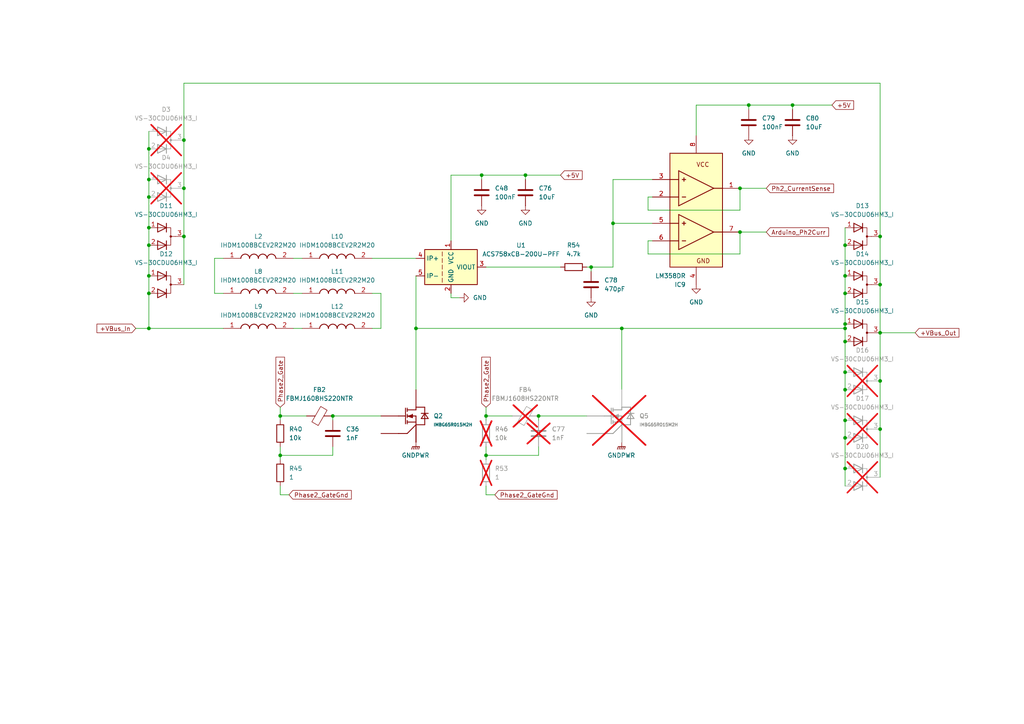
<source format=kicad_sch>
(kicad_sch (version 20231120) (generator "eeschema") (generator_version "8.0")
  (paper "A4")
  (title_block (title "5kw Modular Traction Inverter Boost Converter") (date "2025-02-02") (rev "1") (company "Rail Vehicle Traction Inverter"))
  (lib_symbols
    (symbol "Device:C" (pin_numbers hide) (pin_names (offset 0.254))
      (property "Reference" "C" (at 0.635 2.54 0))
      (property "Value" "C" (at 0.635 -2.54 0))
      (symbol "C_0_1"
        (polyline (pts (xy -2.032 -0.762) (xy 2.032 -0.762)) (stroke (width 0.508)))
        (polyline (pts (xy -2.032 0.762) (xy 2.032 0.762)) (stroke (width 0.508)))
      )
      (symbol "C_1_1"
        (pin passive line (at 0 3.81 270) (length 2.794) (name "~") (number "1"))
        (pin passive line (at 0 -3.81 90) (length 2.794) (name "~") (number "2"))
      )
    )
    (symbol "Device:D_Dual_CommonCathode_AAK_Parallel" (pin_names (offset 0.762) hide)
      (property "Reference" "D" (at 0 5.08 0))
      (property "Value" "D_Dual_CommonCathode_AAK_Parallel" (at 0 -5.08 0))
      (symbol "D_Dual_CommonCathode_AAK_Parallel_0_0"
        (polyline (pts (xy 0 -1.27) (xy 0 -3.81)) (stroke (width 0.254)))
        (polyline (pts (xy 0 1.27) (xy 0 3.81)) (stroke (width 0.254)))
      )
      (symbol "D_Dual_CommonCathode_AAK_Parallel_0_1"
        (polyline (pts (xy 1.27 0) (xy 2.54 0)))
        (polyline (pts (xy -2.54 -2.54) (xy 1.27 -2.54) (xy 1.27 2.54) (xy -2.54 2.54)))
        (polyline (pts (xy -2.54 -1.27) (xy 0 -2.54) (xy -2.54 -3.81) (xy -2.54 -1.27) (xy -2.54 -1.27) (xy -2.54 -1.27)) (stroke (width 0.254)))
        (polyline (pts (xy -2.54 3.81) (xy 0 2.54) (xy -2.54 1.27) (xy -2.54 3.81) (xy -2.54 3.81) (xy -2.54 3.81)) (stroke (width 0.254)))
        (circle (center 1.27 0) (radius 0.254) (fill (type outline)))
        (pin passive line (at -5.08 2.54 0) (length 2.54) (name "A") (number "1"))
        (pin passive line (at -5.08 -2.54 0) (length 2.54) (name "A") (number "2"))
        (pin passive line (at 5.08 0 180) (length 2.54) (name "K") (number "3"))
      )
    )
    (symbol "Device:FerriteBead" (pin_numbers hide) (pin_names (offset 0))
      (property "Reference" "FB" (at -3.81 0.635 90))
      (property "Value" "FerriteBead" (at 3.81 0 90))
      (symbol "FerriteBead_0_1"
        (polyline (pts (xy 0 -1.27) (xy 0 -1.2192)))
        (polyline (pts (xy 0 1.27) (xy 0 1.2954)))
        (polyline (pts (xy -2.7686 0.4064) (xy -1.7018 2.2606) (xy 2.7686 -0.3048) (xy 1.6764 -2.159) (xy -2.7686 0.4064)))
      )
      (symbol "FerriteBead_1_1"
        (pin passive line (at 0 3.81 270) (length 2.54) (name "~") (number "1"))
        (pin passive line (at 0 -3.81 90) (length 2.54) (name "~") (number "2"))
      )
    )
    (symbol "Device:R" (pin_numbers hide) (pin_names (offset 0))
      (property "Reference" "R" (at 2.032 0 90))
      (property "Value" "R" (at 0 0 90))
      (symbol "R_0_1"
        (rectangle (start -1.016 -2.54) (end 1.016 2.54) (stroke (width 0.254)))
      )
      (symbol "R_1_1"
        (pin passive line (at 0 3.81 270) (length 1.27) (name "~") (number "1"))
        (pin passive line (at 0 -3.81 90) (length 1.27) (name "~") (number "2"))
      )
    )
    (symbol "InverterCom:IHDM1008BCEV2R2M20" (pin_names hide)
      (property "Reference" "L" (at 16.51 6.35 0))
      (property "Value" "IHDM1008BCEV2R2M20" (at 16.51 3.81 0))
      (symbol "IHDM1008BCEV2R2M20_1_1"
        (arc (start 7.62 0) (mid 6.35 1.219) (end 5.08 0) (stroke (width 0.254)))
        (arc (start 10.16 0) (mid 8.89 1.219) (end 7.62 0) (stroke (width 0.254)))
        (arc (start 12.7 0) (mid 11.43 1.219) (end 10.16 0) (stroke (width 0.254)))
        (arc (start 15.24 0) (mid 13.97 1.219) (end 12.7 0) (stroke (width 0.254)))
        (pin passive line (at 0 0 0) (length 5.08) (name "1") (number "1"))
        (pin passive line (at 20.32 0 180) (length 5.08) (name "2") (number "2"))
      )
    )
    (symbol "InverterCom:IMBG65R015M2H" (pin_numbers hide)
      (property "Reference" "Q?" (at 10.16 -2.54 0))
      (property "Value" "IMBG65R015M2H " (at 10.16 -4.826 0))
      (symbol "IMBG65R015M2H_1_0"
        (polyline (pts (xy 0 -2.54) (xy 2.032 -2.54)) (stroke (width 0.254)))
        (polyline (pts (xy 2.032 -0.254) (xy 2.032 -4.826)) (stroke (width 0.254)))
        (polyline (pts (xy 2.54 -7.62) (xy 0 -7.62)) (stroke (width 0.254)))
        (polyline (pts (xy 2.54 -4.826) (xy 2.54 -3.81)) (stroke (width 0.254)))
        (polyline (pts (xy 2.54 -3.048) (xy 2.54 -2.032)) (stroke (width 0.254)))
        (polyline (pts (xy 2.54 -0.254) (xy 2.54 -1.27)) (stroke (width 0.254)))
        (polyline (pts (xy 5.08 -5.08) (xy 2.54 -7.62)) (stroke (width 0.254)))
        (polyline (pts (xy 5.08 -5.08) (xy 7.62 -5.08)) (stroke (width 0.254)))
        (polyline (pts (xy 5.08 -4.318) (xy 2.54 -4.318)) (stroke (width 0.254)))
        (polyline (pts (xy 5.08 -2.54) (xy 2.54 -2.54)) (stroke (width 0.254)))
        (polyline (pts (xy 5.08 -2.54) (xy 5.08 -5.08)) (stroke (width 0.254)))
        (polyline (pts (xy 5.08 -0.762) (xy 2.54 -0.762)) (stroke (width 0.254)))
        (polyline (pts (xy 5.08 -0.762) (xy 5.08 0)) (stroke (width 0.254)))
        (polyline (pts (xy 5.08 0) (xy 7.62 0)) (stroke (width 0.254)))
        (polyline (pts (xy 6.604 -3.302) (xy 8.636 -3.302)) (stroke (width 0.254)))
        (polyline (pts (xy 6.604 -1.778) (xy 8.636 -1.778)) (stroke (width 0.254)))
        (polyline (pts (xy 7.62 -1.778) (xy 6.604 -3.302)) (stroke (width 0.254)))
        (polyline (pts (xy 7.62 0) (xy 7.62 -5.08)) (stroke (width 0.254)))
        (polyline (pts (xy 8.636 -3.302) (xy 7.62 -1.778)) (stroke (width 0.254)))
        (polyline (pts (xy 2.54 -2.54) (xy 4.064 -3.048) (xy 4.064 -2.032)) (stroke (width 0.254)) (fill (type outline)))
        (pin passive line (at -5.08 -2.54 0) (length 5.08) (name "GATE") (number "1"))
        (pin passive line (at -5.08 -7.62 0) (length 5.08) (name "DRIVER_SOURCE") (number "2"))
        (pin passive line (at 5.08 -10.16 90) (length 5.08) (name "POWER_SOURCE_1") (number "3"))
        (pin passive line (at 5.08 -10.16 90) (length 5.08) (name "POWER_SOURCE_2") (number "4"))
        (pin passive line (at 5.08 -10.16 90) (length 5.08) (name "POWER_SOURCE_3") (number "5"))
        (pin passive line (at 5.08 -10.16 90) (length 5.08) (name "POWER_SOURCE_4") (number "6"))
        (pin passive line (at 5.08 -10.16 90) (length 5.08) (name "POWER_SOURCE_5") (number "7"))
        (pin passive line (at 5.08 5.08 270) (length 5.08) (name "DRAIN") (number "8"))
      )
    )
    (symbol "InverterCom:LM358DR" (pin_names hide)
      (property "Reference" "IC" (at 22.86 17.78 0))
      (property "Value" "LM358DR" (at 22.86 15.24 0))
      (symbol "LM358DR_1_1"
        (polyline (pts (xy 5.08 -17.78) (xy 7.62 -17.78)) (stroke (width 0.254)))
        (polyline (pts (xy 5.08 -12.7) (xy 7.62 -12.7)) (stroke (width 0.254)))
        (polyline (pts (xy 5.08 -5.08) (xy 7.62 -5.08)) (stroke (width 0.254)))
        (polyline (pts (xy 5.08 0) (xy 7.62 0)) (stroke (width 0.254)))
        (polyline (pts (xy 7.62 -10.16) (xy 7.62 -20.32)) (stroke (width 0.254)))
        (polyline (pts (xy 7.62 -7.62) (xy 7.62 2.54)) (stroke (width 0.254)))
        (polyline (pts (xy 8.636 -17.78) (xy 9.652 -17.78)) (stroke (width 0.254)))
        (polyline (pts (xy 8.636 -12.7) (xy 9.652 -12.7)) (stroke (width 0.254)))
        (polyline (pts (xy 8.636 -5.08) (xy 9.652 -5.08)) (stroke (width 0.254)))
        (polyline (pts (xy 8.636 0) (xy 9.652 0)) (stroke (width 0.254)))
        (polyline (pts (xy 9.144 -12.192) (xy 9.144 -13.208)) (stroke (width 0.254)))
        (polyline (pts (xy 9.144 -0.508) (xy 9.144 0.508)) (stroke (width 0.254)))
        (polyline (pts (xy 17.78 -15.24) (xy 7.62 -20.32)) (stroke (width 0.254)))
        (polyline (pts (xy 17.78 -15.24) (xy 7.62 -10.16)) (stroke (width 0.254)))
        (polyline (pts (xy 17.78 -15.24) (xy 20.32 -15.24)) (stroke (width 0.254)))
        (polyline (pts (xy 17.78 -2.54) (xy 7.62 -7.62)) (stroke (width 0.254)))
        (polyline (pts (xy 17.78 -2.54) (xy 7.62 2.54)) (stroke (width 0.254)))
        (polyline (pts (xy 17.78 -2.54) (xy 20.32 -2.54)) (stroke (width 0.254)))
        (rectangle (start 5.08 7.62) (end 20.32 -25.4) (stroke (width 0.254)) (fill (type background)))
        (text "GND" (at 12.7 -22.86 0) (effects (font (size 1.27 1.27)) (justify left top)))
        (text "VCC" (at 12.7 5.08 0) (effects (font (size 1.27 1.27)) (justify left top)))
        (pin passive line (at 25.4 -2.54 180) (length 5.08) (name "OUT1") (number "1"))
        (pin passive line (at 0 -5.08 0) (length 5.08) (name "IN1-") (number "2"))
        (pin passive line (at 0 0 0) (length 5.08) (name "IN1+") (number "3"))
        (pin passive line (at 12.7 -30.48 90) (length 5.08) (name "V-") (number "4"))
        (pin passive line (at 0 -12.7 0) (length 5.08) (name "IN2+") (number "5"))
        (pin passive line (at 0 -17.78 0) (length 5.08) (name "IN2-") (number "6"))
        (pin passive line (at 25.4 -15.24 180) (length 5.08) (name "OUT2") (number "7"))
        (pin passive line (at 12.7 12.7 270) (length 5.08) (name "V+") (number "8"))
      )
    )
    (symbol "Sensor_Current:ACS758xCB-200U-PFF"
      (property "Reference" "U" (at -7.62 6.35 0))
      (property "Value" "ACS758xCB-200U-PFF" (at 2.54 6.35 0))
      (symbol "ACS758xCB-200U-PFF_0_1"
        (rectangle (start -7.62 5.08) (end 7.62 -5.08) (stroke (width 0.254)) (fill (type background)))
        (polyline (pts (xy -2.54 -3.175) (xy -2.54 -4.445)))
        (polyline (pts (xy -2.54 -1.27) (xy -2.54 -2.54)))
        (polyline (pts (xy -2.54 0.635) (xy -2.54 -0.635)))
        (polyline (pts (xy -2.54 1.27) (xy -2.54 2.54)))
        (polyline (pts (xy -2.54 3.175) (xy -2.54 4.445)))
      )
      (symbol "ACS758xCB-200U-PFF_1_1"
        (pin power_in line (at 0 7.62 270) (length 2.54) (name "VCC") (number "1"))
        (pin power_in line (at 0 -7.62 90) (length 2.54) (name "GND") (number "2"))
        (pin output line (at 10.16 0 180) (length 2.54) (name "VIOUT") (number "3"))
        (pin passive line (at -10.16 2.54 0) (length 2.54) (name "IP+") (number "4"))
        (pin passive line (at -10.16 -2.54 0) (length 2.54) (name "IP-") (number "5"))
      )
    )
    (symbol "power:GND" (power) (pin_numbers hide) (pin_names (offset 0) hide)
      (property "Value" "GND" (at 0 -3.81 0))
      (symbol "GND_0_1"
        (polyline (pts (xy 0 0) (xy 0 -1.27) (xy 1.27 -1.27) (xy 0 -2.54) (xy -1.27 -1.27) (xy 0 -1.27)))
      )
      (symbol "GND_1_1"
        (pin power_in line (at 0 0 270) (length 0) (name "~") (number "1"))
      )
    )
    (symbol "power:GNDPWR" (power) (pin_numbers hide) (pin_names (offset 0) hide)
      (property "Value" "GNDPWR" (at 0 -3.302 0))
      (symbol "GNDPWR_0_1"
        (polyline (pts (xy 0 -1.27) (xy 0 0)))
        (polyline (pts (xy -1.016 -1.27) (xy -1.27 -2.032) (xy -1.27 -2.032)) (stroke (width 0.2032)))
        (polyline (pts (xy -0.508 -1.27) (xy -0.762 -2.032) (xy -0.762 -2.032)) (stroke (width 0.2032)))
        (polyline (pts (xy 0 -1.27) (xy -0.254 -2.032) (xy -0.254 -2.032)) (stroke (width 0.2032)))
        (polyline (pts (xy 0.508 -1.27) (xy 0.254 -2.032) (xy 0.254 -2.032)) (stroke (width 0.2032)))
        (polyline (pts (xy 1.016 -1.27) (xy -1.016 -1.27) (xy -1.016 -1.27)) (stroke (width 0.2032)))
        (polyline (pts (xy 1.016 -1.27) (xy 0.762 -2.032) (xy 0.762 -2.032) (xy 0.762 -2.032)) (stroke (width 0.2032)))
      )
      (symbol "GNDPWR_1_1"
        (pin power_in line (at 0 0 270) (length 0) (name "~") (number "1"))
      )
    )
  )
  (junction (at 217.17 30.48))
  (junction (at 81.28 120.65))
  (junction (at 245.11 113.03))
  (junction (at 245.11 99.06))
  (junction (at 53.34 68.58))
  (junction (at 43.18 52.07))
  (junction (at 177.8 64.77))
  (junction (at 43.18 80.01))
  (junction (at 245.11 80.01))
  (junction (at 255.27 124.46))
  (junction (at 214.63 54.61))
  (junction (at 171.45 77.47))
  (junction (at 255.27 96.52))
  (junction (at 43.18 71.12))
  (junction (at 120.65 95.25))
  (junction (at 229.87 30.48))
  (junction (at 245.11 121.92))
  (junction (at 255.27 68.58))
  (junction (at 43.18 57.15))
  (junction (at 96.52 120.65))
  (junction (at 255.27 82.55))
  (junction (at 245.11 107.95))
  (junction (at 43.18 95.25))
  (junction (at 81.28 132.08))
  (junction (at 180.34 95.25))
  (junction (at 53.34 54.61))
  (junction (at 43.18 85.09))
  (junction (at 245.11 95.25))
  (junction (at 152.4 50.8))
  (junction (at 53.34 40.64))
  (junction (at 245.11 127))
  (junction (at 156.21 120.65))
  (junction (at 140.97 132.08))
  (junction (at 245.11 93.98))
  (junction (at 245.11 135.89))
  (junction (at 255.27 110.49))
  (junction (at 214.63 67.31))
  (junction (at 43.18 66.04))
  (junction (at 43.18 43.18))
  (junction (at 245.11 85.09))
  (junction (at 140.97 120.65))
  (junction (at 139.7 50.8))
  (junction (at 245.11 71.12))
  (wire (pts (xy 110.49 85.09) (xy 107.95 85.09)))
  (wire (pts (xy 245.11 85.09) (xy 245.11 80.01)))
  (wire (pts (xy 214.63 54.61) (xy 222.25 54.61)))
  (wire (pts (xy 64.77 85.09) (xy 62.23 85.09)))
  (wire (pts (xy 214.63 67.31) (xy 222.25 67.31)))
  (wire (pts (xy 156.21 120.65) (xy 170.18 120.65)))
  (wire (pts (xy 81.28 132.08) (xy 81.28 129.54)))
  (wire (pts (xy 139.7 52.07) (xy 139.7 50.8)))
  (wire (pts (xy 177.8 64.77) (xy 189.23 64.77)))
  (wire (pts (xy 177.8 52.07) (xy 189.23 52.07)))
  (wire (pts (xy 177.8 77.47) (xy 177.8 64.77)))
  (wire (pts (xy 140.97 77.47) (xy 162.56 77.47)))
  (wire (pts (xy 214.63 73.66) (xy 214.63 67.31)))
  (wire (pts (xy 245.11 113.03) (xy 245.11 121.92)))
  (wire (pts (xy 120.65 80.01) (xy 120.65 95.25)))
  (wire (pts (xy 255.27 96.52) (xy 255.27 110.49)))
  (wire (pts (xy 83.82 143.51) (xy 81.28 143.51)))
  (wire (pts (xy 152.4 52.07) (xy 152.4 50.8)))
  (wire (pts (xy 53.34 24.13) (xy 53.34 40.64)))
  (wire (pts (xy 120.65 95.25) (xy 180.34 95.25)))
  (wire (pts (xy 229.87 30.48) (xy 241.3 30.48)))
  (wire (pts (xy 39.37 95.25) (xy 43.18 95.25)))
  (wire (pts (xy 43.18 38.1) (xy 43.18 43.18)))
  (wire (pts (xy 120.65 113.03) (xy 120.65 95.25)))
  (wire (pts (xy 130.81 86.36) (xy 133.35 86.36)))
  (wire (pts (xy 217.17 30.48) (xy 229.87 30.48)))
  (wire (pts (xy 148.59 120.65) (xy 140.97 120.65)))
  (wire (pts (xy 245.11 95.25) (xy 245.11 99.06)))
  (wire (pts (xy 189.23 57.15) (xy 187.96 57.15)))
  (wire (pts (xy 245.11 93.98) (xy 245.11 95.25)))
  (wire (pts (xy 53.34 40.64) (xy 53.34 54.61)))
  (wire (pts (xy 201.93 30.48) (xy 217.17 30.48)))
  (wire (pts (xy 156.21 132.08) (xy 140.97 132.08)))
  (wire (pts (xy 96.52 129.54) (xy 96.52 132.08)))
  (wire (pts (xy 255.27 82.55) (xy 255.27 68.58)))
  (wire (pts (xy 140.97 143.51) (xy 140.97 140.97)))
  (wire (pts (xy 81.28 120.65) (xy 81.28 118.11)))
  (wire (pts (xy 139.7 50.8) (xy 130.81 50.8)))
  (wire (pts (xy 53.34 68.58) (xy 53.34 82.55)))
  (wire (pts (xy 187.96 73.66) (xy 214.63 73.66)))
  (wire (pts (xy 255.27 82.55) (xy 255.27 96.52)))
  (wire (pts (xy 217.17 31.75) (xy 217.17 30.48)))
  (wire (pts (xy 177.8 64.77) (xy 177.8 52.07)))
  (wire (pts (xy 156.21 121.92) (xy 156.21 120.65)))
  (wire (pts (xy 255.27 96.52) (xy 265.43 96.52)))
  (wire (pts (xy 187.96 57.15) (xy 187.96 60.96)))
  (wire (pts (xy 171.45 77.47) (xy 177.8 77.47)))
  (wire (pts (xy 62.23 74.93) (xy 64.77 74.93)))
  (wire (pts (xy 85.09 85.09) (xy 87.63 85.09)))
  (wire (pts (xy 245.11 80.01) (xy 245.11 71.12)))
  (wire (pts (xy 81.28 132.08) (xy 81.28 133.35)))
  (wire (pts (xy 187.96 69.85) (xy 187.96 73.66)))
  (wire (pts (xy 43.18 71.12) (xy 43.18 80.01)))
  (wire (pts (xy 130.81 85.09) (xy 130.81 86.36)))
  (wire (pts (xy 96.52 121.92) (xy 96.52 120.65)))
  (wire (pts (xy 85.09 95.25) (xy 87.63 95.25)))
  (wire (pts (xy 62.23 85.09) (xy 62.23 74.93)))
  (wire (pts (xy 245.11 135.89) (xy 245.11 140.97)))
  (wire (pts (xy 81.28 120.65) (xy 81.28 121.92)))
  (wire (pts (xy 53.34 54.61) (xy 53.34 68.58)))
  (wire (pts (xy 85.09 74.93) (xy 87.63 74.93)))
  (wire (pts (xy 43.18 43.18) (xy 43.18 52.07)))
  (wire (pts (xy 245.11 85.09) (xy 245.11 93.98)))
  (wire (pts (xy 170.18 77.47) (xy 171.45 77.47)))
  (wire (pts (xy 255.27 24.13) (xy 255.27 68.58)))
  (wire (pts (xy 189.23 69.85) (xy 187.96 69.85)))
  (wire (pts (xy 88.9 120.65) (xy 81.28 120.65)))
  (wire (pts (xy 171.45 77.47) (xy 171.45 78.74)))
  (wire (pts (xy 201.93 30.48) (xy 201.93 39.37)))
  (wire (pts (xy 43.18 52.07) (xy 43.18 57.15)))
  (wire (pts (xy 245.11 99.06) (xy 245.11 107.95)))
  (wire (pts (xy 255.27 124.46) (xy 255.27 138.43)))
  (wire (pts (xy 110.49 95.25) (xy 110.49 85.09)))
  (wire (pts (xy 130.81 50.8) (xy 130.81 69.85)))
  (wire (pts (xy 229.87 31.75) (xy 229.87 30.48)))
  (wire (pts (xy 43.18 80.01) (xy 43.18 85.09)))
  (wire (pts (xy 53.34 24.13) (xy 255.27 24.13)))
  (wire (pts (xy 156.21 129.54) (xy 156.21 132.08)))
  (wire (pts (xy 140.97 132.08) (xy 140.97 133.35)))
  (wire (pts (xy 162.56 50.8) (xy 152.4 50.8)))
  (wire (pts (xy 140.97 120.65) (xy 140.97 118.11)))
  (wire (pts (xy 107.95 74.93) (xy 120.65 74.93)))
  (wire (pts (xy 187.96 60.96) (xy 214.63 60.96)))
  (wire (pts (xy 43.18 85.09) (xy 43.18 95.25)))
  (wire (pts (xy 180.34 113.03) (xy 180.34 95.25)))
  (wire (pts (xy 143.51 143.51) (xy 140.97 143.51)))
  (wire (pts (xy 96.52 120.65) (xy 110.49 120.65)))
  (wire (pts (xy 245.11 71.12) (xy 245.11 66.04)))
  (wire (pts (xy 245.11 121.92) (xy 245.11 127)))
  (wire (pts (xy 255.27 110.49) (xy 255.27 124.46)))
  (wire (pts (xy 140.97 132.08) (xy 140.97 129.54)))
  (wire (pts (xy 140.97 120.65) (xy 140.97 121.92)))
  (wire (pts (xy 180.34 95.25) (xy 245.11 95.25)))
  (wire (pts (xy 43.18 57.15) (xy 43.18 66.04)))
  (wire (pts (xy 245.11 127) (xy 245.11 135.89)))
  (wire (pts (xy 152.4 50.8) (xy 139.7 50.8)))
  (wire (pts (xy 107.95 95.25) (xy 110.49 95.25)))
  (wire (pts (xy 96.52 132.08) (xy 81.28 132.08)))
  (wire (pts (xy 81.28 143.51) (xy 81.28 140.97)))
  (wire (pts (xy 43.18 66.04) (xy 43.18 71.12)))
  (wire (pts (xy 43.18 95.25) (xy 64.77 95.25)))
  (wire (pts (xy 245.11 107.95) (xy 245.11 113.03)))
  (wire (pts (xy 214.63 60.96) (xy 214.63 54.61)))
  (global_label "Phase2_Gate" (shape input) (at 81.28 118.11 90) (property "Intersheetrefs" "${INTERSHEET_REFS}" (effects (hide yes))))
  (global_label "+5V" (shape input) (at 162.56 50.8 0) (property "Intersheetrefs" "${INTERSHEET_REFS}" (effects (hide yes))))
  (global_label "Ph2_CurrentSense" (shape input) (at 222.25 54.61 0) (property "Intersheetrefs" "${INTERSHEET_REFS}" (effects (hide yes))))
  (global_label "Phase2_GateGnd" (shape input) (at 83.82 143.51 0) (property "Intersheetrefs" "${INTERSHEET_REFS}" (effects (hide yes))))
  (global_label "+VBus_In" (shape input) (at 39.37 95.25 180) (property "Intersheetrefs" "${INTERSHEET_REFS}" (effects (hide yes))))
  (global_label "Phase2_GateGnd" (shape input) (at 143.51 143.51 0) (property "Intersheetrefs" "${INTERSHEET_REFS}" (effects (hide yes))))
  (global_label "+VBus_Out" (shape input) (at 265.43 96.52 0) (property "Intersheetrefs" "${INTERSHEET_REFS}" (effects (hide yes))))
  (global_label "+5V" (shape input) (at 241.3 30.48 0) (property "Intersheetrefs" "${INTERSHEET_REFS}" (effects (hide yes))))
  (global_label "Phase2_Gate" (shape input) (at 140.97 118.11 90) (property "Intersheetrefs" "${INTERSHEET_REFS}" (effects (hide yes))))
  (global_label "Arduino_Ph2Curr" (shape input) (at 222.25 67.31 0) (property "Intersheetrefs" "${INTERSHEET_REFS}" (effects (hide yes))))
  (symbol (lib_id "Device:C") (at 96.52 125.73 180) (unit 1)
    (property "Reference" "C36" (at 100.33 124.4599 0) (effects (justify right)))
    (property "Value" "1nF" (at 100.33 126.9999 0) (effects (justify right)))
    (property "Footprint" "1210" (effects (hide yes)))
    (property "Description" "Unpolarized capacitor" (effects (hide yes)))
  )
  (symbol (lib_id "InverterCom:IHDM1008BCEV2R2M20") (at 87.63 95.25 0) (unit 1)
    (property "Reference" "L12" (at 97.79 88.9 0))
    (property "Value" "IHDM1008BCEV2R2M20" (at 97.79 91.44 0))
    (property "Footprint" "IHDM1008BCEV2R2M20" (effects (hide yes)))
    (property "Datasheet" "https://www.vishay.com/docs/34522/ihdm-1008bc-x0.pdf" (effects (hide yes)))
    (property "Description" "2.2 H Unshielded Drum Core, Wirewound Inductor 63 A 0.7mOhm Max Vertical, 2 PC Pin , 69MHz , -40C ~ 180C" (effects (hide yes)))
    (property "Height" "22.75" (effects (hide yes)))
    (property "Manufacturer_Name" "Vishay" (effects (hide yes)))
    (property "Manufacturer_Part_Number" "IHDM1008BCEV2R2M20" (effects (hide yes)))
    (property "Mouser Part Number" "70-IHDM1008BCV2R2M20" (effects (hide yes)))
    (property "Mouser Price/Stock" "https://www.mouser.co.uk/ProductDetail/Vishay-Dale/IHDM1008BCEV2R2M20?qs=XAiT9M5g4x%252Bqlz3WIccdng%3D%3D" (effects (hide yes)))
  )
  (symbol (lib_id "power:GND") (at 152.4 59.69 0) (unit 1)
    (property "Reference" "#PWR0103" (effects (hide yes)))
    (property "Value" "GND" (at 152.4 64.77 0))
    (property "Description" "Power symbol creates a global label with name \"GND\" , ground" (effects (hide yes)))
  )
  (symbol (lib_id "power:GND") (at 229.87 39.37 0) (unit 1)
    (property "Reference" "#PWR0108" (effects (hide yes)))
    (property "Value" "GND" (at 229.87 44.45 0))
    (property "Description" "Power symbol creates a global label with name \"GND\" , ground" (effects (hide yes)))
  )
  (symbol (lib_id "InverterCom:IHDM1008BCEV2R2M20") (at 64.77 85.09 0) (unit 1)
    (property "Reference" "L8" (at 74.93 78.74 0))
    (property "Value" "IHDM1008BCEV2R2M20" (at 74.93 81.28 0))
    (property "Footprint" "IHDM1008BCEV2R2M20" (effects (hide yes)))
    (property "Datasheet" "https://www.vishay.com/docs/34522/ihdm-1008bc-x0.pdf" (effects (hide yes)))
    (property "Description" "2.2 H Unshielded Drum Core, Wirewound Inductor 63 A 0.7mOhm Max Vertical, 2 PC Pin , 69MHz , -40C ~ 180C" (effects (hide yes)))
    (property "Height" "22.75" (effects (hide yes)))
    (property "Manufacturer_Name" "Vishay" (effects (hide yes)))
    (property "Manufacturer_Part_Number" "IHDM1008BCEV2R2M20" (effects (hide yes)))
    (property "Mouser Part Number" "70-IHDM1008BCV2R2M20" (effects (hide yes)))
    (property "Mouser Price/Stock" "https://www.mouser.co.uk/ProductDetail/Vishay-Dale/IHDM1008BCEV2R2M20?qs=XAiT9M5g4x%252Bqlz3WIccdng%3D%3D" (effects (hide yes)))
  )
  (symbol (lib_id "Device:C") (at 217.17 35.56 0) (unit 1)
    (property "Reference" "C79" (at 220.98 34.2899 0) (effects (justify left)))
    (property "Value" "100nF" (at 220.98 36.8299 0) (effects (justify left)))
    (property "Footprint" "1210" (effects (hide yes)))
    (property "Description" "Unpolarized capacitor" (effects (hide yes)))
  )
  (symbol (lib_id "InverterCom:LM358DR") (at 189.23 52.07 0) (unit 1)
    (property "Reference" "IC9" (at 198.9135 82.55 0) (effects (justify right)))
    (property "Value" "LM358DR" (at 198.9135 80.01 0) (effects (justify right)))
    (property "Footprint" "SOIC127P600X175-8N" (effects (hide yes)))
    (property "Datasheet" "https://www.ti.com/lit/ds/symlink/lm358.pdf?ts=1593170624750&ref_url=https%253A%252F%252Fwww.ti.com%252Fstore%252Fti%252Fen%252Fp%252Fproduct%252F%253Fp%253DLM358DR%2526keyMatch%253DLM358DR%2526tisearch%253DSearch-EN-everything%2526usecase%253DOPN" (effects (hide yes)))
    (property "Description" "LM358DR, Operational Amplifier 0.7MHz 5 to 28V, 8-Pin SOIC" (effects (hide yes)))
    (property "Height" "1.75" (effects (hide yes)))
    (property "Mouser Part Number" "595-LM358DR" (effects (hide yes)))
    (property "Mouser Price/Stock" "https://www.mouser.co.uk/ProductDetail/Texas-Instruments/LM358DR?qs=Zu35EjizYSSY6pJ37yjmHA%3D%3D" (effects (hide yes)))
    (property "Manufacturer_Name" "Texas Instruments" (effects (hide yes)))
    (property "Manufacturer_Part_Number" "LM358DR" (effects (hide yes)))
  )
  (symbol (lib_id "Device:FerriteBead") (at 152.4 120.65 90) (unit 1) (dnp yes)
    (property "Reference" "FB4" (at 152.3492 113.03 90))
    (property "Value" "FBMJ1608HS220NTR" (at 152.3492 115.57 90))
    (property "Footprint" "BEADC1608X100N" (effects (hide yes)))
    (property "Description" "Ferrite bead" (effects (hide yes)))
    (property "Height" "1" (effects (hide yes)))
    (property "Mouser Part Number" "963-FBMJ1608HS220NTR" (effects (hide yes)))
    (property "Mouser Price/Stock" "https://www.mouser.co.uk/ProductDetail/TAIYO-YUDEN/FBMJ1608HS220NTR?qs=qEEMd6hQM8XfqBRLulOo%2FQ%3D%3D" (effects (hide yes)))
    (property "Manufacturer_Name" "TAIYO YUDEN" (effects (hide yes)))
    (property "Manufacturer_Part_Number" "FBMJ1608HS220NTR" (effects (hide yes)))
  )
  (symbol (lib_id "power:GND") (at 201.93 82.55 0) (unit 1)
    (property "Reference" "#PWR0106" (effects (hide yes)))
    (property "Value" "GND" (at 201.93 87.63 0))
    (property "Description" "Power symbol creates a global label with name \"GND\" , ground" (effects (hide yes)))
  )
  (symbol (lib_id "Device:C") (at 171.45 82.55 0) (unit 1)
    (property "Reference" "C78" (at 175.26 81.2799 0) (effects (justify left)))
    (property "Value" "470pF" (at 175.26 83.8199 0) (effects (justify left)))
    (property "Footprint" "1210" (effects (hide yes)))
    (property "Description" "Unpolarized capacitor" (effects (hide yes)))
  )
  (symbol (lib_id "InverterCom:IHDM1008BCEV2R2M20") (at 64.77 95.25 0) (unit 1)
    (property "Reference" "L9" (at 74.93 88.9 0))
    (property "Value" "IHDM1008BCEV2R2M20" (at 74.93 91.44 0))
    (property "Footprint" "IHDM1008BCEV2R2M20" (effects (hide yes)))
    (property "Datasheet" "https://www.vishay.com/docs/34522/ihdm-1008bc-x0.pdf" (effects (hide yes)))
    (property "Description" "2.2 H Unshielded Drum Core, Wirewound Inductor 63 A 0.7mOhm Max Vertical, 2 PC Pin , 69MHz , -40C ~ 180C" (effects (hide yes)))
    (property "Height" "22.75" (effects (hide yes)))
    (property "Manufacturer_Name" "Vishay" (effects (hide yes)))
    (property "Manufacturer_Part_Number" "IHDM1008BCEV2R2M20" (effects (hide yes)))
    (property "Mouser Part Number" "70-IHDM1008BCV2R2M20" (effects (hide yes)))
    (property "Mouser Price/Stock" "https://www.mouser.co.uk/ProductDetail/Vishay-Dale/IHDM1008BCEV2R2M20?qs=XAiT9M5g4x%252Bqlz3WIccdng%3D%3D" (effects (hide yes)))
  )
  (symbol (lib_id "InverterCom:IMBG65R015M2H") (at 115.57 118.11 0) (unit 1)
    (property "Reference" "Q2" (at 125.73 120.6499 0) (effects (justify left)))
    (property "Value" "IMBG65R015M2H" (at 125.73 123.19 0) (effects (font (size 0.889 0.889)) (justify left)))
    (property "Description" "Insulated-Gate Field-Effect Transistor (IGFET), N-Channel, Enhancement, Body Diode, Pin 1 Gate, 2 Driver Source, 3 Power Source, 4 Power Source, 5 Power Source, 6 Power Source, 7 Power Source, 8 Drain, 8 Pins" (effects (hide yes)))
  )
  (symbol (lib_id "Device:FerriteBead") (at 92.71 120.65 90) (unit 1)
    (property "Reference" "FB2" (at 92.6592 113.03 90))
    (property "Value" "FBMJ1608HS220NTR" (at 92.6592 115.57 90))
    (property "Footprint" "BEADC1608X100N" (effects (hide yes)))
    (property "Description" "Ferrite bead" (effects (hide yes)))
    (property "Height" "1" (effects (hide yes)))
    (property "Mouser Part Number" "963-FBMJ1608HS220NTR" (effects (hide yes)))
    (property "Mouser Price/Stock" "https://www.mouser.co.uk/ProductDetail/TAIYO-YUDEN/FBMJ1608HS220NTR?qs=qEEMd6hQM8XfqBRLulOo%2FQ%3D%3D" (effects (hide yes)))
    (property "Manufacturer_Name" "TAIYO YUDEN" (effects (hide yes)))
    (property "Manufacturer_Part_Number" "FBMJ1608HS220NTR" (effects (hide yes)))
  )
  (symbol (lib_id "Device:C") (at 152.4 55.88 0) (unit 1)
    (property "Reference" "C76" (at 156.21 54.6099 0) (effects (justify left)))
    (property "Value" "10uF" (at 156.21 57.1499 0) (effects (justify left)))
    (property "Footprint" "1210" (effects (hide yes)))
    (property "Description" "Unpolarized capacitor" (effects (hide yes)))
  )
  (symbol (lib_id "Device:C") (at 229.87 35.56 0) (unit 1)
    (property "Reference" "C80" (at 233.68 34.2899 0) (effects (justify left)))
    (property "Value" "10uF" (at 233.68 36.8299 0) (effects (justify left)))
    (property "Footprint" "1210" (effects (hide yes)))
    (property "Description" "Unpolarized capacitor" (effects (hide yes)))
  )
  (symbol (lib_id "Device:D_Dual_CommonCathode_AAK_Parallel") (at 48.26 54.61 0) (unit 1) (dnp yes)
    (property "Reference" "D4" (at 48.1965 45.72 0))
    (property "Value" "VS-30CDU06HM3_I" (at 48.1965 48.26 0))
    (property "Footprint" "VS30CDU06HM3I" (effects (hide yes)))
    (property "Description" "Dual diode, common cathode on pin 1" (effects (hide yes)))
    (property "Height" "1.8" (effects (hide yes)))
    (property "Mouser Part Number" "78-VS-30CDU06HM3I" (effects (hide yes)))
    (property "Mouser Price/Stock" "https://www.mouser.co.uk/ProductDetail/Vishay-Semiconductors/VS-30CDU06HM3-I?qs=TzNRGq6adzkm0ixYQuTp0g%3D%3D" (effects (hide yes)))
    (property "Manufacturer_Name" "Vishay" (effects (hide yes)))
    (property "Manufacturer_Part_Number" "VS-30CDU06HM3/I" (effects (hide yes)))
  )
  (symbol (lib_id "power:GND") (at 217.17 39.37 0) (unit 1)
    (property "Reference" "#PWR0107" (effects (hide yes)))
    (property "Value" "GND" (at 217.17 44.45 0))
    (property "Description" "Power symbol creates a global label with name \"GND\" , ground" (effects (hide yes)))
  )
  (symbol (lib_id "Device:C") (at 139.7 55.88 0) (unit 1)
    (property "Reference" "C48" (at 143.51 54.6099 0) (effects (justify left)))
    (property "Value" "100nF" (at 143.51 57.1499 0) (effects (justify left)))
    (property "Footprint" "1210" (effects (hide yes)))
    (property "Description" "Unpolarized capacitor" (effects (hide yes)))
  )
  (symbol (lib_id "InverterCom:IHDM1008BCEV2R2M20") (at 87.63 85.09 0) (unit 1)
    (property "Reference" "L11" (at 97.79 78.74 0))
    (property "Value" "IHDM1008BCEV2R2M20" (at 97.79 81.28 0))
    (property "Footprint" "IHDM1008BCEV2R2M20" (effects (hide yes)))
    (property "Datasheet" "https://www.vishay.com/docs/34522/ihdm-1008bc-x0.pdf" (effects (hide yes)))
    (property "Description" "2.2 H Unshielded Drum Core, Wirewound Inductor 63 A 0.7mOhm Max Vertical, 2 PC Pin , 69MHz , -40C ~ 180C" (effects (hide yes)))
    (property "Height" "22.75" (effects (hide yes)))
    (property "Manufacturer_Name" "Vishay" (effects (hide yes)))
    (property "Manufacturer_Part_Number" "IHDM1008BCEV2R2M20" (effects (hide yes)))
    (property "Mouser Part Number" "70-IHDM1008BCV2R2M20" (effects (hide yes)))
    (property "Mouser Price/Stock" "https://www.mouser.co.uk/ProductDetail/Vishay-Dale/IHDM1008BCEV2R2M20?qs=XAiT9M5g4x%252Bqlz3WIccdng%3D%3D" (effects (hide yes)))
  )
  (symbol (lib_id "Sensor_Current:ACS758xCB-200U-PFF") (at 130.81 77.47 0) (unit 1)
    (property "Reference" "U1" (at 151.13 71.1514 0))
    (property "Value" "ACS758xCB-200U-PFF" (at 151.13 73.6914 0))
    (property "Footprint" "Sensor_Current:Allegro_CB_PFF" (effects (hide yes)))
    (property "Datasheet" "http://www.allegromicro.com/~/media/Files/Datasheets/ACS758-Datasheet.ashx?la=en" (effects (hide yes)))
    (property "Description" "200A Unidirectional Hall-Effect Current Sensor, +5.0V supply, 20mV/A, CB-5 PFF" (effects (hide yes)))
  )
  (symbol (lib_id "power:GND") (at 171.45 86.36 0) (unit 1)
    (property "Reference" "#PWR0104" (effects (hide yes)))
    (property "Value" "GND" (at 171.45 91.44 0))
    (property "Description" "Power symbol creates a global label with name \"GND\" , ground" (effects (hide yes)))
  )
  (symbol (lib_id "Device:R") (at 140.97 125.73 0) (unit 1) (dnp yes)
    (property "Reference" "R46" (at 143.51 124.4599 0) (effects (justify left)))
    (property "Value" "10k" (at 143.51 126.9999 0) (effects (justify left)))
    (property "Footprint" "1210" (effects (hide yes)))
    (property "Description" "Resistor" (effects (hide yes)))
  )
  (symbol (lib_id "Device:D_Dual_CommonCathode_AAK_Parallel") (at 250.19 82.55 0) (unit 1)
    (property "Reference" "D14" (at 250.1265 73.66 0))
    (property "Value" "VS-30CDU06HM3_I" (at 250.1265 76.2 0))
    (property "Footprint" "VS30CDU06HM3I" (effects (hide yes)))
    (property "Description" "Dual diode, common cathode on pin 1" (effects (hide yes)))
    (property "Height" "1.8" (effects (hide yes)))
    (property "Mouser Part Number" "78-VS-30CDU06HM3I" (effects (hide yes)))
    (property "Mouser Price/Stock" "https://www.mouser.co.uk/ProductDetail/Vishay-Semiconductors/VS-30CDU06HM3-I?qs=TzNRGq6adzkm0ixYQuTp0g%3D%3D" (effects (hide yes)))
    (property "Manufacturer_Name" "Vishay" (effects (hide yes)))
    (property "Manufacturer_Part_Number" "VS-30CDU06HM3/I" (effects (hide yes)))
  )
  (symbol (lib_id "Device:R") (at 166.37 77.47 90) (unit 1)
    (property "Reference" "R54" (at 166.37 71.12 90))
    (property "Value" "4.7k" (at 166.37 73.66 90))
    (property "Footprint" "1210" (effects (hide yes)))
    (property "Description" "Resistor" (effects (hide yes)))
  )
  (symbol (lib_id "Device:D_Dual_CommonCathode_AAK_Parallel") (at 250.19 68.58 0) (unit 1)
    (property "Reference" "D13" (at 250.1265 59.69 0))
    (property "Value" "VS-30CDU06HM3_I" (at 250.1265 62.23 0))
    (property "Footprint" "VS30CDU06HM3I" (effects (hide yes)))
    (property "Description" "Dual diode, common cathode on pin 1" (effects (hide yes)))
    (property "Height" "1.8" (effects (hide yes)))
    (property "Mouser Part Number" "78-VS-30CDU06HM3I" (effects (hide yes)))
    (property "Mouser Price/Stock" "https://www.mouser.co.uk/ProductDetail/Vishay-Semiconductors/VS-30CDU06HM3-I?qs=TzNRGq6adzkm0ixYQuTp0g%3D%3D" (effects (hide yes)))
    (property "Manufacturer_Name" "Vishay" (effects (hide yes)))
    (property "Manufacturer_Part_Number" "VS-30CDU06HM3/I" (effects (hide yes)))
  )
  (symbol (lib_id "Device:R") (at 81.28 125.73 0) (unit 1)
    (property "Reference" "R40" (at 83.82 124.4599 0) (effects (justify left)))
    (property "Value" "10k" (at 83.82 126.9999 0) (effects (justify left)))
    (property "Footprint" "1210" (effects (hide yes)))
    (property "Description" "Resistor" (effects (hide yes)))
  )
  (symbol (lib_id "Device:D_Dual_CommonCathode_AAK_Parallel") (at 48.26 82.55 0) (unit 1)
    (property "Reference" "D12" (at 48.1965 73.66 0))
    (property "Value" "VS-30CDU06HM3_I" (at 48.1965 76.2 0))
    (property "Footprint" "VS30CDU06HM3I" (effects (hide yes)))
    (property "Description" "Dual diode, common cathode on pin 1" (effects (hide yes)))
    (property "Height" "1.8" (effects (hide yes)))
    (property "Mouser Part Number" "78-VS-30CDU06HM3I" (effects (hide yes)))
    (property "Mouser Price/Stock" "https://www.mouser.co.uk/ProductDetail/Vishay-Semiconductors/VS-30CDU06HM3-I?qs=TzNRGq6adzkm0ixYQuTp0g%3D%3D" (effects (hide yes)))
    (property "Manufacturer_Name" "Vishay" (effects (hide yes)))
    (property "Manufacturer_Part_Number" "VS-30CDU06HM3/I" (effects (hide yes)))
  )
  (symbol (lib_id "power:GNDPWR") (at 180.34 128.27 0) (unit 1)
    (property "Reference" "#PWR0105" (effects (hide yes)))
    (property "Value" "GNDPWR" (at 180.213 132.08 0))
    (property "Description" "Power symbol creates a global label with name \"GNDPWR\" , global ground" (effects (hide yes)))
  )
  (symbol (lib_id "InverterCom:IMBG65R015M2H") (at 175.26 118.11 0) (unit 1) (dnp yes)
    (property "Reference" "Q5" (at 185.42 120.6499 0) (effects (justify left)))
    (property "Value" "IMBG65R015M2H" (at 185.42 123.19 0) (effects (font (size 0.889 0.889)) (justify left)))
    (property "Description" "Insulated-Gate Field-Effect Transistor (IGFET), N-Channel, Enhancement, Body Diode, Pin 1 Gate, 2 Driver Source, 3 Power Source, 4 Power Source, 5 Power Source, 6 Power Source, 7 Power Source, 8 Drain, 8 Pins" (effects (hide yes)))
  )
  (symbol (lib_id "Device:D_Dual_CommonCathode_AAK_Parallel") (at 48.26 40.64 0) (unit 1) (dnp yes)
    (property "Reference" "D3" (at 48.1965 31.75 0))
    (property "Value" "VS-30CDU06HM3_I" (at 48.1965 34.29 0))
    (property "Footprint" "VS30CDU06HM3I" (effects (hide yes)))
    (property "Description" "Dual diode, common cathode on pin 1" (effects (hide yes)))
    (property "Height" "1.8" (effects (hide yes)))
    (property "Mouser Part Number" "78-VS-30CDU06HM3I" (effects (hide yes)))
    (property "Mouser Price/Stock" "https://www.mouser.co.uk/ProductDetail/Vishay-Semiconductors/VS-30CDU06HM3-I?qs=TzNRGq6adzkm0ixYQuTp0g%3D%3D" (effects (hide yes)))
    (property "Manufacturer_Name" "Vishay" (effects (hide yes)))
    (property "Manufacturer_Part_Number" "VS-30CDU06HM3/I" (effects (hide yes)))
  )
  (symbol (lib_id "Device:D_Dual_CommonCathode_AAK_Parallel") (at 250.19 124.46 0) (unit 1) (dnp yes)
    (property "Reference" "D17" (at 250.1265 115.57 0))
    (property "Value" "VS-30CDU06HM3_I" (at 250.1265 118.11 0))
    (property "Footprint" "VS30CDU06HM3I" (effects (hide yes)))
    (property "Description" "Dual diode, common cathode on pin 1" (effects (hide yes)))
    (property "Height" "1.8" (effects (hide yes)))
    (property "Mouser Part Number" "78-VS-30CDU06HM3I" (effects (hide yes)))
    (property "Mouser Price/Stock" "https://www.mouser.co.uk/ProductDetail/Vishay-Semiconductors/VS-30CDU06HM3-I?qs=TzNRGq6adzkm0ixYQuTp0g%3D%3D" (effects (hide yes)))
    (property "Manufacturer_Name" "Vishay" (effects (hide yes)))
    (property "Manufacturer_Part_Number" "VS-30CDU06HM3/I" (effects (hide yes)))
  )
  (symbol (lib_id "InverterCom:IHDM1008BCEV2R2M20") (at 87.63 74.93 0) (unit 1)
    (property "Reference" "L10" (at 97.79 68.58 0))
    (property "Value" "IHDM1008BCEV2R2M20" (at 97.79 71.12 0))
    (property "Footprint" "IHDM1008BCEV2R2M20" (effects (hide yes)))
    (property "Datasheet" "https://www.vishay.com/docs/34522/ihdm-1008bc-x0.pdf" (effects (hide yes)))
    (property "Description" "2.2 H Unshielded Drum Core, Wirewound Inductor 63 A 0.7mOhm Max Vertical, 2 PC Pin , 69MHz , -40C ~ 180C" (effects (hide yes)))
    (property "Height" "22.75" (effects (hide yes)))
    (property "Manufacturer_Name" "Vishay" (effects (hide yes)))
    (property "Manufacturer_Part_Number" "IHDM1008BCEV2R2M20" (effects (hide yes)))
    (property "Mouser Part Number" "70-IHDM1008BCV2R2M20" (effects (hide yes)))
    (property "Mouser Price/Stock" "https://www.mouser.co.uk/ProductDetail/Vishay-Dale/IHDM1008BCEV2R2M20?qs=XAiT9M5g4x%252Bqlz3WIccdng%3D%3D" (effects (hide yes)))
  )
  (symbol (lib_id "InverterCom:IHDM1008BCEV2R2M20") (at 64.77 74.93 0) (unit 1)
    (property "Reference" "L2" (at 74.93 68.58 0))
    (property "Value" "IHDM1008BCEV2R2M20" (at 74.93 71.12 0))
    (property "Footprint" "IHDM1008BCEV2R2M20" (effects (hide yes)))
    (property "Datasheet" "https://www.vishay.com/docs/34522/ihdm-1008bc-x0.pdf" (effects (hide yes)))
    (property "Description" "2.2 H Unshielded Drum Core, Wirewound Inductor 63 A 0.7mOhm Max Vertical, 2 PC Pin , 69MHz , -40C ~ 180C" (effects (hide yes)))
    (property "Height" "22.75" (effects (hide yes)))
    (property "Manufacturer_Name" "Vishay" (effects (hide yes)))
    (property "Manufacturer_Part_Number" "IHDM1008BCEV2R2M20" (effects (hide yes)))
    (property "Mouser Part Number" "70-IHDM1008BCV2R2M20" (effects (hide yes)))
    (property "Mouser Price/Stock" "https://www.mouser.co.uk/ProductDetail/Vishay-Dale/IHDM1008BCEV2R2M20?qs=XAiT9M5g4x%252Bqlz3WIccdng%3D%3D" (effects (hide yes)))
  )
  (symbol (lib_id "Device:D_Dual_CommonCathode_AAK_Parallel") (at 250.19 110.49 0) (unit 1) (dnp yes)
    (property "Reference" "D16" (at 250.1265 101.6 0))
    (property "Value" "VS-30CDU06HM3_I" (at 250.1265 104.14 0))
    (property "Footprint" "VS30CDU06HM3I" (effects (hide yes)))
    (property "Description" "Dual diode, common cathode on pin 1" (effects (hide yes)))
    (property "Height" "1.8" (effects (hide yes)))
    (property "Mouser Part Number" "78-VS-30CDU06HM3I" (effects (hide yes)))
    (property "Mouser Price/Stock" "https://www.mouser.co.uk/ProductDetail/Vishay-Semiconductors/VS-30CDU06HM3-I?qs=TzNRGq6adzkm0ixYQuTp0g%3D%3D" (effects (hide yes)))
    (property "Manufacturer_Name" "Vishay" (effects (hide yes)))
    (property "Manufacturer_Part_Number" "VS-30CDU06HM3/I" (effects (hide yes)))
  )
  (symbol (lib_id "Device:D_Dual_CommonCathode_AAK_Parallel") (at 250.19 96.52 0) (unit 1)
    (property "Reference" "D15" (at 250.1265 87.63 0))
    (property "Value" "VS-30CDU06HM3_I" (at 250.1265 90.17 0))
    (property "Footprint" "VS30CDU06HM3I" (effects (hide yes)))
    (property "Description" "Dual diode, common cathode on pin 1" (effects (hide yes)))
    (property "Height" "1.8" (effects (hide yes)))
    (property "Mouser Part Number" "78-VS-30CDU06HM3I" (effects (hide yes)))
    (property "Mouser Price/Stock" "https://www.mouser.co.uk/ProductDetail/Vishay-Semiconductors/VS-30CDU06HM3-I?qs=TzNRGq6adzkm0ixYQuTp0g%3D%3D" (effects (hide yes)))
    (property "Manufacturer_Name" "Vishay" (effects (hide yes)))
    (property "Manufacturer_Part_Number" "VS-30CDU06HM3/I" (effects (hide yes)))
  )
  (symbol (lib_id "power:GNDPWR") (at 120.65 128.27 0) (unit 1)
    (property "Reference" "#PWR015" (effects (hide yes)))
    (property "Value" "GNDPWR" (at 120.523 132.08 0))
    (property "Description" "Power symbol creates a global label with name \"GNDPWR\" , global ground" (effects (hide yes)))
  )
  (symbol (lib_id "Device:R") (at 140.97 137.16 0) (unit 1) (dnp yes)
    (property "Reference" "R53" (at 143.51 135.8899 0) (effects (justify left)))
    (property "Value" "1" (at 143.51 138.4299 0) (effects (justify left)))
    (property "Footprint" "1210" (effects (hide yes)))
    (property "Description" "Resistor" (effects (hide yes)))
  )
  (symbol (lib_id "Device:D_Dual_CommonCathode_AAK_Parallel") (at 48.26 68.58 0) (unit 1)
    (property "Reference" "D11" (at 48.1965 59.69 0))
    (property "Value" "VS-30CDU06HM3_I" (at 48.1965 62.23 0))
    (property "Footprint" "VS30CDU06HM3I" (effects (hide yes)))
    (property "Description" "Dual diode, common cathode on pin 1" (effects (hide yes)))
    (property "Height" "1.8" (effects (hide yes)))
    (property "Mouser Part Number" "78-VS-30CDU06HM3I" (effects (hide yes)))
    (property "Mouser Price/Stock" "https://www.mouser.co.uk/ProductDetail/Vishay-Semiconductors/VS-30CDU06HM3-I?qs=TzNRGq6adzkm0ixYQuTp0g%3D%3D" (effects (hide yes)))
    (property "Manufacturer_Name" "Vishay" (effects (hide yes)))
    (property "Manufacturer_Part_Number" "VS-30CDU06HM3/I" (effects (hide yes)))
  )
  (symbol (lib_id "Device:C") (at 156.21 125.73 180) (unit 1) (dnp yes)
    (property "Reference" "C77" (at 160.02 124.4599 0) (effects (justify right)))
    (property "Value" "1nF" (at 160.02 126.9999 0) (effects (justify right)))
    (property "Footprint" "1210" (effects (hide yes)))
    (property "Description" "Unpolarized capacitor" (effects (hide yes)))
  )
  (symbol (lib_id "Device:R") (at 81.28 137.16 0) (unit 1)
    (property "Reference" "R45" (at 83.82 135.8899 0) (effects (justify left)))
    (property "Value" "1" (at 83.82 138.4299 0) (effects (justify left)))
    (property "Footprint" "1210" (effects (hide yes)))
    (property "Description" "Resistor" (effects (hide yes)))
  )
  (symbol (lib_id "power:GND") (at 133.35 86.36 90) (unit 1)
    (property "Reference" "#PWR050" (effects (hide yes)))
    (property "Value" "GND" (at 137.16 86.3599 90) (effects (justify right)))
    (property "Description" "Power symbol creates a global label with name \"GND\" , ground" (effects (hide yes)))
  )
  (symbol (lib_id "Device:D_Dual_CommonCathode_AAK_Parallel") (at 250.19 138.43 0) (unit 1) (dnp yes)
    (property "Reference" "D20" (at 250.1265 129.54 0))
    (property "Value" "VS-30CDU06HM3_I" (at 250.1265 132.08 0))
    (property "Footprint" "VS30CDU06HM3I" (effects (hide yes)))
    (property "Description" "Dual diode, common cathode on pin 1" (effects (hide yes)))
    (property "Height" "1.8" (effects (hide yes)))
    (property "Mouser Part Number" "78-VS-30CDU06HM3I" (effects (hide yes)))
    (property "Mouser Price/Stock" "https://www.mouser.co.uk/ProductDetail/Vishay-Semiconductors/VS-30CDU06HM3-I?qs=TzNRGq6adzkm0ixYQuTp0g%3D%3D" (effects (hide yes)))
    (property "Manufacturer_Name" "Vishay" (effects (hide yes)))
    (property "Manufacturer_Part_Number" "VS-30CDU06HM3/I" (effects (hide yes)))
  )
  (symbol (lib_id "power:GND") (at 139.7 59.69 0) (unit 1)
    (property "Reference" "#PWR052" (effects (hide yes)))
    (property "Value" "GND" (at 139.7 64.77 0))
    (property "Description" "Power symbol creates a global label with name \"GND\" , ground" (effects (hide yes)))
  )
)
</source>
